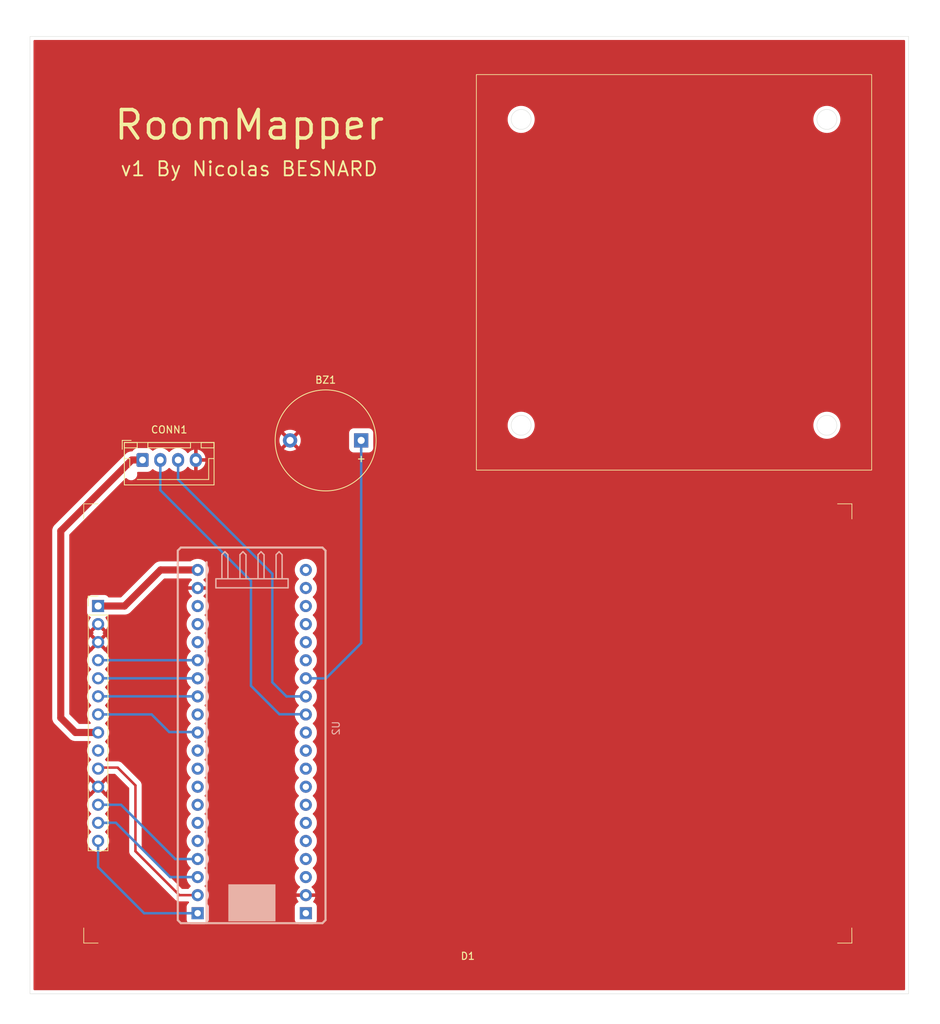
<source format=kicad_pcb>
(kicad_pcb (version 20241229) (generator "pcbnew") (generator_version "9.0")
  (layers (0 "F.Cu" signal) (2 "B.Cu" signal) (13 "F.Paste" user) (15 "B.Paste" user) (5 "F.SilkS" user "F.Silkscreen") (7 "B.SilkS" user "B.Silkscreen") (1 "F.Mask" user) (3 "B.Mask" user) (25 "Edge.Cuts" user))
  (net 0 "")
  (net 2 "5V")
  (net 3 "RPLIDAR_RX")
  (net 7 "RPLIDAR_TX")
  (net 10 "BUZZER")
  (net 27 "XPT2046_INT")
  (net 28 "GND")
  (net 29 "XPT2046_MISO")
  (net 30 "XPT2046_MOSI")
  (net 31 "3.3V")
  (net 32 "XPT2046_CLK")
  (net 33 "ILI94488_CLK")
  (net 34 "ILI94488_MOSI")
  (net 35 "ILI94488_RST")
  (net 36 "ILI94488_DC")
  (footprint "Buzzer_Beeper:Buzzer_D14mm_H7mm_P10mm" (layer "F.Cu") (at 108 85 180)
    (property "Reference" "BZ1" (at 5 8.5 0) (layer "F.SilkS"))
    (property "Value" "Buzzer")
    (fp_circle (center 5 0) (end 12.1 0) (stroke (width 0.12)) (fill no) (layer "F.SilkS"))
    (fp_text user "+" (at -0.01 -2.54 0) (layer "F.SilkS"))
    (pad "1" thru_hole rect (at 0 0 180) (size 2 2) (drill 1) (layers "*.Cu" "*.Mask") (net 10 "BUZZER"))
    (pad "2" thru_hole circle (at 10 0 180) (size 2 2) (drill 1) (layers "*.Cu" "*.Mask") (net 28 "GND"))
  )
  (footprint "Library:TFT_ILI9488_480x320" (layer "F.Cu") (at 123 124.792643)
    (property "Reference" "D1" (at 0 32.707357 0) (layer "F.SilkS"))
    (property "Value" "TFT_480x320")
    (fp_line (start -54.02 -30.87) (end -54.02 -28.75) (stroke (width 0.1)) (layer "F.SilkS"))
    (fp_line (start -54.02 -30.87) (end -52 -30.87) (stroke (width 0.1)) (layer "F.SilkS"))
    (fp_line (start -54.02 30.87) (end -54.02 28.75) (stroke (width 0.1)) (layer "F.SilkS"))
    (fp_line (start -54.02 30.87) (end -52 30.87) (stroke (width 0.1)) (layer "F.SilkS"))
    (fp_line (start -53.38 -17.89) (end -52 -17.89) (stroke (width 0.12)) (layer "F.SilkS"))
    (fp_line (start -53.38 -16.51) (end -53.38 -17.89) (stroke (width 0.12)) (layer "F.SilkS"))
    (fp_line (start -53.38 -15.24) (end -53.38 17.89) (stroke (width 0.12)) (layer "F.SilkS"))
    (fp_line (start -53.38 -15.24) (end -50.62 -15.24) (stroke (width 0.12)) (layer "F.SilkS"))
    (fp_line (start -53.38 17.89) (end -50.62 17.89) (stroke (width 0.12)) (layer "F.SilkS"))
    (fp_line (start -50.62 -15.24) (end -50.62 17.89) (stroke (width 0.12)) (layer "F.SilkS"))
    (fp_line (start 54.02 -30.87) (end 52 -30.87) (stroke (width 0.1)) (layer "F.SilkS"))
    (fp_line (start 54.02 -30.87) (end 54.02 -28.75) (stroke (width 0.1)) (layer "F.SilkS"))
    (fp_line (start 54.02 30.87) (end 52 30.87) (stroke (width 0.1)) (layer "F.SilkS"))
    (fp_line (start 54.02 30.87) (end 54 28.75) (stroke (width 0.1)) (layer "F.SilkS"))
    (pad "1" thru_hole rect (at -52 -16.51) (size 1.7 1.7) (drill 1) (layers "*.Cu" "*.Mask") (net 31 "3.3V"))
    (pad "2" thru_hole circle (at -52 -13.97) (size 1.7 1.7) (drill 1) (layers "*.Cu" "*.Mask") (net 28 "GND"))
    (pad "3" thru_hole circle (at -52 -11.43) (size 1.7 1.7) (drill 1) (layers "*.Cu" "*.Mask") (net 28 "GND"))
    (pad "4" thru_hole circle (at -52 -8.89) (size 1.7 1.7) (drill 1) (layers "*.Cu" "*.Mask") (net 35 "ILI94488_RST"))
    (pad "5" thru_hole circle (at -52 -6.35) (size 1.7 1.7) (drill 1) (layers "*.Cu" "*.Mask") (net 36 "ILI94488_DC"))
    (pad "6" thru_hole circle (at -52 -3.81) (size 1.7 1.7) (drill 1) (layers "*.Cu" "*.Mask") (net 34 "ILI94488_MOSI"))
    (pad "7" thru_hole circle (at -52 -1.27) (size 1.7 1.7) (drill 1) (layers "*.Cu" "*.Mask") (net 33 "ILI94488_CLK"))
    (pad "8" thru_hole circle (at -52 1.27) (size 1.7 1.7) (drill 1) (layers "*.Cu" "*.Mask") (net 2 "5V"))
    (pad "9" thru_hole circle (at -52 3.81) (size 1.7 1.7) (drill 1) (layers "*.Cu" "*.Mask"))
    (pad "10" thru_hole circle (at -52 6.35) (size 1.7 1.7) (drill 1) (layers "*.Cu" "*.Mask") (net 32 "XPT2046_CLK"))
    (pad "11" thru_hole circle (at -52 8.89) (size 1.7 1.7) (drill 1) (layers "*.Cu" "*.Mask") (net 28 "GND"))
    (pad "12" thru_hole circle (at -52 11.43) (size 1.7 1.7) (drill 1) (layers "*.Cu" "*.Mask") (net 30 "XPT2046_MOSI"))
    (pad "13" thru_hole circle (at -52 13.97) (size 1.7 1.7) (drill 1) (layers "*.Cu" "*.Mask") (net 29 "XPT2046_MISO"))
    (pad "14" thru_hole circle (at -52 16.51) (size 1.7 1.7) (drill 1) (layers "*.Cu" "*.Mask") (net 27 "XPT2046_INT"))
  )
  (footprint "Connector_JST:JST_XH_B4B-XH-AM_1x04_P2.50mm_Vertical" (layer "F.Cu") (at 77.25 87.75)
    (property "Reference" "CONN1" (at 3.75 -4.25 0) (layer "F.SilkS"))
    (property "Value" "RPLIDAR_C1")
    (fp_line (start -2.85 -2.75) (end -2.85 -1.5) (stroke (width 0.12)) (layer "F.SilkS"))
    (fp_line (start -2.56 -2.46) (end -2.56 3.51) (stroke (width 0.12)) (layer "F.SilkS"))
    (fp_line (start -2.56 3.51) (end 10.06 3.51) (stroke (width 0.12)) (layer "F.SilkS"))
    (fp_line (start -2.55 -2.45) (end -2.55 -1.7) (stroke (width 0.12)) (layer "F.SilkS"))
    (fp_line (start -2.55 -1.7) (end -0.75 -1.7) (stroke (width 0.12)) (layer "F.SilkS"))
    (fp_line (start -2.55 -0.2) (end -1.8 -0.2) (stroke (width 0.12)) (layer "F.SilkS"))
    (fp_line (start -1.8 -0.2) (end -1.8 1.14) (stroke (width 0.12)) (layer "F.SilkS"))
    (fp_line (start -1.6 -2.75) (end -2.85 -2.75) (stroke (width 0.12)) (layer "F.SilkS"))
    (fp_line (start -0.75 -2.45) (end -2.55 -2.45) (stroke (width 0.12)) (layer "F.SilkS"))
    (fp_line (start -0.75 -1.7) (end -0.75 -2.45) (stroke (width 0.12)) (layer "F.SilkS"))
    (fp_line (start 0.75 -2.45) (end 0.75 -1.7) (stroke (width 0.12)) (layer "F.SilkS"))
    (fp_line (start 0.75 -1.7) (end 6.75 -1.7) (stroke (width 0.12)) (layer "F.SilkS"))
    (fp_line (start 3.75 2.75) (end -0.74 2.75) (stroke (width 0.12)) (layer "F.SilkS"))
    (fp_line (start 6.75 -2.45) (end 0.75 -2.45) (stroke (width 0.12)) (layer "F.SilkS"))
    (fp_line (start 6.75 -1.7) (end 6.75 -2.45) (stroke (width 0.12)) (layer "F.SilkS"))
    (fp_line (start 8.25 -2.45) (end 8.25 -1.7) (stroke (width 0.12)) (layer "F.SilkS"))
    (fp_line (start 8.25 -1.7) (end 10.05 -1.7) (stroke (width 0.12)) (layer "F.SilkS"))
    (fp_line (start 9.3 -0.2) (end 9.3 2.75) (stroke (width 0.12)) (layer "F.SilkS"))
    (fp_line (start 9.3 2.75) (end 3.75 2.75) (stroke (width 0.12)) (layer "F.SilkS"))
    (fp_line (start 10.05 -2.45) (end 8.25 -2.45) (stroke (width 0.12)) (layer "F.SilkS"))
    (fp_line (start 10.05 -1.7) (end 10.05 -2.45) (stroke (width 0.12)) (layer "F.SilkS"))
    (fp_line (start 10.05 -0.2) (end 9.3 -0.2) (stroke (width 0.12)) (layer "F.SilkS"))
    (fp_line (start 10.06 -2.46) (end -2.56 -2.46) (stroke (width 0.12)) (layer "F.SilkS"))
    (fp_line (start 10.06 3.51) (end 10.06 -2.46) (stroke (width 0.12)) (layer "F.SilkS"))
    (pad "" np_thru_hole circle (at -1.6 2) (size 1.2 1.2) (drill 1.2) (layers "*.Cu" "*.Mask"))
    (pad "1" thru_hole roundrect (at 0 0) (size 1.7 1.95) (drill 0.95) (layers "*.Cu" "*.Mask") (roundrect_rratio 0.147059) (net 2 "5V"))
    (pad "2" thru_hole oval (at 2.5 0) (size 1.7 1.95) (drill 0.95) (layers "*.Cu" "*.Mask") (net 3 "RPLIDAR_RX"))
    (pad "3" thru_hole oval (at 5 0) (size 1.7 1.95) (drill 0.95) (layers "*.Cu" "*.Mask") (net 7 "RPLIDAR_TX"))
    (pad "4" thru_hole oval (at 7.5 0) (size 1.7 1.95) (drill 0.95) (layers "*.Cu" "*.Mask") (net 28 "GND"))
  )
  (footprint "Library:STM32F4x1CxU6 WeActStudio" (layer "B.Cu") (at 93.6508 125.559 90)
    (property "Reference" "U2" (at 0.099 10.8138 90) (layer "B.SilkS") (effects (justify mirror)))
    (property "Value" "STM32F411CEUx_BlackPill")
    (fp_line (start 25.0668 -11.4448) (end 25.4986 -11.013) (stroke (width 0.3048)) (layer "B.SilkS"))
    (fp_line (start -26.8762 -11.4448) (end 25.0668 -11.4448) (stroke (width 0.3048)) (layer "B.SilkS"))
    (fp_line (start 25.4986 -11.013) (end 25.4986 8.9006) (stroke (width 0.3048)) (layer "B.SilkS"))
    (fp_line (start -27.308 -11.013) (end -26.8762 -11.4448) (stroke (width 0.3048)) (layer "B.SilkS"))
    (fp_line (start -27.308 -11.013) (end -27.308 8.9006) (stroke (width 0.3048)) (layer "B.SilkS"))
    (fp_line (start -27.308 -7.3808) (end 23.4412 -7.3808) (stroke (width 0.3)) (layer "B.SilkS"))
    (fp_line (start 21.1044 -6.0854) (end 21.1044 4.0746) (stroke (width 0.2)) (layer "B.SilkS"))
    (fp_line (start 19.8344 -6.0854) (end 21.1044 -6.0854) (stroke (width 0.2)) (layer "B.SilkS"))
    (fp_line (start 19.8344 -6.0854) (end 19.8344 4.0746) (stroke (width 0.2)) (layer "B.SilkS"))
    (fp_line (start 24.49106 -5.23872) (end 24.9144 -4.8154) (stroke (width 0.2)) (layer "B.SilkS"))
    (fp_line (start 21.1044 -5.23872) (end 24.49106 -5.23872) (stroke (width 0.2)) (layer "B.SilkS"))
    (fp_line (start 24.49106 -4.39206) (end 24.9144 -4.8154) (stroke (width 0.2)) (layer "B.SilkS"))
    (fp_line (start 21.1044 -4.39206) (end 24.49106 -4.39206) (stroke (width 0.2)) (layer "B.SilkS"))
    (fp_line (start 24.49106 -2.69872) (end 24.9144 -2.2754) (stroke (width 0.2)) (layer "B.SilkS"))
    (fp_line (start 21.1044 -2.69872) (end 24.49106 -2.69872) (stroke (width 0.2)) (layer "B.SilkS"))
    (fp_line (start 24.49106 -1.85206) (end 24.9144 -2.2754) (stroke (width 0.2)) (layer "B.SilkS"))
    (fp_line (start 21.1044 -1.85206) (end 24.49106 -1.85206) (stroke (width 0.2)) (layer "B.SilkS"))
    (fp_line (start 24.49106 -0.15874) (end 24.9144 0.2646) (stroke (width 0.2)) (layer "B.SilkS"))
    (fp_line (start 21.1044 -0.15874) (end 24.49106 -0.15874) (stroke (width 0.2)) (layer "B.SilkS"))
    (fp_line (start 24.49106 0.68792) (end 24.9144 0.2646) (stroke (width 0.2)) (layer "B.SilkS"))
    (fp_line (start 21.1044 0.68792) (end 24.49106 0.68792) (stroke (width 0.2)) (layer "B.SilkS"))
    (fp_line (start 24.49106 2.38126) (end 24.9144 2.8046) (stroke (width 0.2)) (layer "B.SilkS"))
    (fp_line (start 21.1044 2.38126) (end 24.49106 2.38126) (stroke (width 0.2)) (layer "B.SilkS"))
    (fp_line (start 24.49106 3.22792) (end 24.9144 2.8046) (stroke (width 0.2)) (layer "B.SilkS"))
    (fp_line (start 21.1044 3.22792) (end 24.49106 3.22792) (stroke (width 0.2)) (layer "B.SilkS"))
    (fp_line (start 19.8344 4.0746) (end 21.1044 4.0746) (stroke (width 0.2)) (layer "B.SilkS"))
    (fp_line (start -27.308 8.9006) (end -26.8748 9.3338) (stroke (width 0.3048)) (layer "B.SilkS"))
    (fp_line (start 25.0654 9.3338) (end 25.4986 8.9006) (stroke (width 0.3048)) (layer "B.SilkS"))
    (fp_line (start -26.8748 9.3338) (end 25.0654 9.3338) (stroke (width 0.3048)) (layer "B.SilkS"))
    (fp_rect (start -27.054 -4.3328) (end -21.847 2.2966) (fill yes) (layer "B.SilkS"))
    (pad "1" thru_hole rect (at -25.911 -8.6508 90) (size 1.7 1.7) (drill 0.9) (layers "*.Cu" "*.Mask") (net 27 "XPT2046_INT"))
    (pad "2" thru_hole circle (at -23.371 -8.6508 90) (size 1.7 1.7) (drill 0.9) (layers "*.Cu" "*.Mask") (net 32 "XPT2046_CLK"))
    (pad "3" thru_hole circle (at -20.831 -8.6508 90) (size 1.7 1.7) (drill 0.9) (layers "*.Cu" "*.Mask") (net 29 "XPT2046_MISO"))
    (pad "4" thru_hole circle (at -18.291 -8.6508 90) (size 1.7 1.7) (drill 0.9) (layers "*.Cu" "*.Mask") (net 30 "XPT2046_MOSI"))
    (pad "5" thru_hole circle (at -15.751 -8.6508 90) (size 1.7 1.7) (drill 0.9) (layers "*.Cu" "*.Mask"))
    (pad "6" thru_hole circle (at -13.211 -8.6508 90) (size 1.7 1.7) (drill 0.9) (layers "*.Cu" "*.Mask"))
    (pad "7" thru_hole circle (at -10.671 -8.6508 90) (size 1.7 1.7) (drill 0.9) (layers "*.Cu" "*.Mask"))
    (pad "8" thru_hole circle (at -8.131 -8.6508 90) (size 1.7 1.7) (drill 0.9) (layers "*.Cu" "*.Mask"))
    (pad "9" thru_hole circle (at -5.591 -8.6508 90) (size 1.7 1.7) (drill 0.9) (layers "*.Cu" "*.Mask"))
    (pad "10" thru_hole circle (at -3.051 -8.6508 90) (size 1.7 1.7) (drill 0.9) (layers "*.Cu" "*.Mask"))
    (pad "11" thru_hole circle (at -0.511 -8.6508 90) (size 1.7 1.7) (drill 0.9) (layers "*.Cu" "*.Mask") (net 33 "ILI94488_CLK"))
    (pad "12" thru_hole circle (at 2.029 -8.6508 90) (size 1.7 1.7) (drill 0.9) (layers "*.Cu" "*.Mask"))
    (pad "13" thru_hole circle (at 4.569 -8.6508 90) (size 1.7 1.7) (drill 0.9) (layers "*.Cu" "*.Mask") (net 34 "ILI94488_MOSI"))
    (pad "14" thru_hole circle (at 7.109 -8.6508 90) (size 1.7 1.7) (drill 0.9) (layers "*.Cu" "*.Mask") (net 36 "ILI94488_DC"))
    (pad "15" thru_hole circle (at 9.649 -8.6508 90) (size 1.7 1.7) (drill 0.9) (layers "*.Cu" "*.Mask") (net 35 "ILI94488_RST"))
    (pad "16" thru_hole circle (at 12.189 -8.6508 90) (size 1.7 1.7) (drill 0.9) (layers "*.Cu" "*.Mask"))
    (pad "17" thru_hole circle (at 14.729 -8.6508 90) (size 1.7 1.7) (drill 0.9) (layers "*.Cu" "*.Mask"))
    (pad "18" thru_hole rect (at -25.911 6.5638 90) (size 1.7 1.7) (drill 0.9) (layers "*.Cu" "*.Mask") (net 2 "5V"))
    (pad "18" thru_hole circle (at 17.269 -8.6508 90) (size 1.7 1.7) (drill 0.9) (layers "*.Cu" "*.Mask") (net 2 "5V"))
    (pad "19" thru_hole circle (at -23.371 6.5638 90) (size 1.7 1.7) (drill 0.9) (layers "*.Cu" "*.Mask") (net 28 "GND"))
    (pad "19" thru_hole circle (at 19.809 -8.6508 90) (size 1.7 1.7) (drill 0.9) (layers "*.Cu" "*.Mask") (net 28 "GND"))
    (pad "20" thru_hole circle (at -20.831 6.5638 90) (size 1.7 1.7) (drill 0.9) (layers "*.Cu" "*.Mask") (net 31 "3.3V"))
    (pad "20" thru_hole circle (at 22.349 -8.6508 90) (size 1.7 1.7) (drill 0.9) (layers "*.Cu" "*.Mask") (net 31 "3.3V"))
    (pad "21" thru_hole circle (at 22.349 6.5638 90) (size 1.7 1.7) (drill 0.9) (layers "*.Cu" "*.Mask"))
    (pad "22" thru_hole circle (at 19.809 6.5638 90) (size 1.7 1.7) (drill 0.9) (layers "*.Cu" "*.Mask"))
    (pad "23" thru_hole circle (at 17.269 6.5638 90) (size 1.7 1.7) (drill 0.9) (layers "*.Cu" "*.Mask"))
    (pad "24" thru_hole circle (at 14.729 6.5638 90) (size 1.7 1.7) (drill 0.9) (layers "*.Cu" "*.Mask"))
    (pad "25" thru_hole circle (at 12.189 6.5638 90) (size 1.7 1.7) (drill 0.9) (layers "*.Cu" "*.Mask"))
    (pad "26" thru_hole circle (at 9.649 6.5638 90) (size 1.7 1.7) (drill 0.9) (layers "*.Cu" "*.Mask"))
    (pad "27" thru_hole circle (at 7.109 6.5638 90) (size 1.7 1.7) (drill 0.9) (layers "*.Cu" "*.Mask") (net 10 "BUZZER"))
    (pad "28" thru_hole circle (at 4.569 6.5638 90) (size 1.7 1.7) (drill 0.9) (layers "*.Cu" "*.Mask") (net 7 "RPLIDAR_TX"))
    (pad "29" thru_hole circle (at 2.029 6.5638 90) (size 1.7 1.7) (drill 0.9) (layers "*.Cu" "*.Mask") (net 3 "RPLIDAR_RX"))
    (pad "30" thru_hole circle (at -0.511 6.5638 90) (size 1.7 1.7) (drill 0.9) (layers "*.Cu" "*.Mask"))
    (pad "31" thru_hole circle (at -3.051 6.5638 90) (size 1.7 1.7) (drill 0.9) (layers "*.Cu" "*.Mask"))
    (pad "32" thru_hole circle (at -5.591 6.5638 90) (size 1.7 1.7) (drill 0.9) (layers "*.Cu" "*.Mask"))
    (pad "33" thru_hole circle (at -8.131 6.5638 90) (size 1.7 1.7) (drill 0.9) (layers "*.Cu" "*.Mask"))
    (pad "34" thru_hole circle (at -10.671 6.5638 90) (size 1.7 1.7) (drill 0.9) (layers "*.Cu" "*.Mask"))
    (pad "35" thru_hole circle (at -13.211 6.5638 90) (size 1.7 1.7) (drill 0.9) (layers "*.Cu" "*.Mask"))
    (pad "36" thru_hole circle (at -15.751 6.5638 90) (size 1.7 1.7) (drill 0.9) (layers "*.Cu" "*.Mask"))
    (pad "37" thru_hole circle (at -18.291 6.5638 90) (size 1.7 1.7) (drill 0.9) (layers "*.Cu" "*.Mask"))
  )
  (gr_rect (start 124.2 33.573543) (end 179.8 89.173543) (stroke (width 0.1)) (fill no) (layer "F.SilkS"))
  (gr_rect (start 61.414713 28.207356) (end 185 162.792643) (stroke (width 0.05)) (fill no) (layer "Edge.Cuts"))
  (gr_circle (center 173.5 82.873543) (end 174.9 82.873543) (stroke (width 0.05)) (fill no) (layer "Edge.Cuts"))
  (gr_circle (center 130.5 39.873543) (end 131.9 39.873543) (stroke (width 0.05)) (fill no) (layer "Edge.Cuts"))
  (gr_circle (center 130.5 82.873543) (end 131.9 82.873543) (stroke (width 0.05)) (fill no) (layer "Edge.Cuts"))
  (gr_circle (center 173.5 39.873543) (end 174.9 39.873543) (stroke (width 0.05)) (fill no) (layer "Edge.Cuts"))
  (gr_text "v1" (at 74 48 0) (layer "F.SilkS") (effects (font (size 2 2) (thickness 0.25)) (justify left bottom)))
  (gr_text "RoomMapper" (at 73 43 0) (layer "F.SilkS") (effects (font (size 4 4) (thickness 0.5)) (justify left bottom)))
  (gr_text "By Nicolas BESNARD" (at 79 48 0) (layer "F.SilkS") (effects (font (size 2 2) (thickness 0.25)) (justify left bottom)))
  (segment (start 65.75 97.733741) (end 65.75 124) (width 1) (layer "F.Cu") (net 2))
  (segment (start 65.75 124) (end 67.812643 126.062643) (width 1) (layer "F.Cu") (net 2))
  (segment (start 75.733741 87.75) (end 65.75 97.733741) (width 1) (layer "F.Cu") (net 2))
  (segment (start 67.812643 126.062643) (end 71 126.062643) (width 1) (layer "F.Cu") (net 2))
  (segment (start 77.25 87.75) (end 75.733741 87.75) (width 1) (layer "F.Cu") (net 2))
  (segment (start 79.75 87.75) (end 79.75 92) (width 0.35) (layer "B.Cu") (net 3))
  (segment (start 79.75 92) (end 92.5 104.75) (width 0.35) (layer "B.Cu") (net 3))
  (segment (start 92.5 119.5) (end 96.5 123.5) (width 0.35) (layer "B.Cu") (net 3))
  (segment (start 92.5 104.75) (end 92.5 119.5) (width 0.35) (layer "B.Cu") (net 3))
  (segment (start 100.1846 123.5) (end 100.2146 123.53) (width 0.35) (layer "B.Cu") (net 3))
  (segment (start 96.5 123.5) (end 100.1846 123.5) (width 0.35) (layer "B.Cu") (net 3))
  (segment (start 82.25 90.5) (end 82.25 87.75) (width 0.35) (layer "B.Cu") (net 7))
  (segment (start 97.5 121) (end 95.5 119) (width 0.35) (layer "B.Cu") (net 7))
  (segment (start 97.51 120.99) (end 97.5 121) (width 0.35) (layer "B.Cu") (net 7))
  (segment (start 95.5 119) (end 95.5 103.75) (width 0.35) (layer "B.Cu") (net 7))
  (segment (start 95.5 103.75) (end 82.25 90.5) (width 0.35) (layer "B.Cu") (net 7))
  (segment (start 100.2146 120.99) (end 97.51 120.99) (width 0.35) (layer "B.Cu") (net 7))
  (segment (start 108 85) (end 108 113.5) (width 0.35) (layer "B.Cu") (net 10))
  (segment (start 102.95 118.45) (end 100.2146 118.45) (width 0.35) (layer "B.Cu") (net 10))
  (segment (start 108 113.5) (end 103 118.5) (width 0.35) (layer "B.Cu") (net 10))
  (segment (start 103 118.5) (end 102.95 118.45) (width 0.35) (layer "B.Cu") (net 10))
  (segment (start 71 145) (end 71 141.302643) (width 0.35) (layer "B.Cu") (net 27))
  (segment (start 77.47 151.47) (end 71 145) (width 0.35) (layer "B.Cu") (net 27))
  (segment (start 85 151.47) (end 77.47 151.47) (width 0.35) (layer "B.Cu") (net 27))
  (segment (start 70.932643 133.75) (end 71 133.682643) (width 1) (layer "F.Cu") (net 28))
  (segment (start 73.5 138.75) (end 72.25 138.75) (width 0.35) (layer "B.Cu") (net 29))
  (segment (start 72.25 138.75) (end 72.237357 138.762643) (width 0.35) (layer "B.Cu") (net 29))
  (segment (start 81.14 146.39) (end 73.5 138.75) (width 0.35) (layer "B.Cu") (net 29))
  (segment (start 72.237357 138.762643) (end 71 138.762643) (width 0.35) (layer "B.Cu") (net 29))
  (segment (start 85 146.39) (end 81.14 146.39) (width 0.35) (layer "B.Cu") (net 29))
  (segment (start 85 143.85) (end 81.85 143.85) (width 0.35) (layer "B.Cu") (net 30))
  (segment (start 74.222643 136.222643) (end 71 136.222643) (width 0.35) (layer "B.Cu") (net 30))
  (segment (start 81.85 143.85) (end 74.222643 136.222643) (width 0.35) (layer "B.Cu") (net 30))
  (segment (start 71 108.282643) (end 74.717357 108.282643) (width 1) (layer "F.Cu") (net 31))
  (segment (start 79.79 103.21) (end 85 103.21) (width 1) (layer "F.Cu") (net 31))
  (segment (start 74.717357 108.282643) (end 79.79 103.21) (width 1) (layer "F.Cu") (net 31))
  (segment (start 76.25 142.75) (end 76.25 133.5) (width 0.35) (layer "F.Cu") (net 32))
  (segment (start 82.43 148.93) (end 76.25 142.75) (width 0.35) (layer "F.Cu") (net 32))
  (segment (start 76.25 133.5) (end 73.75 131) (width 0.35) (layer "F.Cu") (net 32))
  (segment (start 85 148.93) (end 82.43 148.93) (width 0.35) (layer "F.Cu") (net 32))
  (segment (start 73.75 131) (end 71.142643 131) (width 0.35) (layer "F.Cu") (net 32))
  (segment (start 71.142643 131) (end 71 131.142643) (width 0.35) (layer "F.Cu") (net 32))
  (segment (start 81 126) (end 84.93 126) (width 0.35) (layer "B.Cu") (net 33))
  (segment (start 71 123.522643) (end 78.522643 123.522643) (width 0.35) (layer "B.Cu") (net 33))
  (segment (start 78.522643 123.522643) (end 81 126) (width 0.35) (layer "B.Cu") (net 33))
  (segment (start 84.93 126) (end 85 126.07) (width 0.35) (layer "B.Cu") (net 33))
  (segment (start 84.992643 120.982643) (end 85 120.99) (width 0.35) (layer "B.Cu") (net 34))
  (segment (start 71 120.982643) (end 84.992643 120.982643) (width 0.35) (layer "B.Cu") (net 34))
  (segment (start 84.992643 115.902643) (end 85 115.91) (width 0.35) (layer "B.Cu") (net 35))
  (segment (start 71 115.902643) (end 84.992643 115.902643) (width 0.35) (layer "B.Cu") (net 35))
  (segment (start 84.992643 118.442643) (end 85 118.45) (width 0.35) (layer "B.Cu") (net 36))
  (segment (start 71 118.442643) (end 84.992643 118.442643) (width 0.35) (layer "B.Cu") (net 36))
  (zone (net 28) (net_name "GND") (layer "F.Cu") (connect_pads (clearance 0.7)) (min_thickness 0.25) (fill yes (thermal_gap 0.5) (thermal_bridge_width 0.5))
    (polygon (pts (xy 57.862125 23.862125) (xy 189.412313 23.087687) (xy 189.144857 166.644857) (xy 57.202276 167.047724)))
  )
)
</source>
